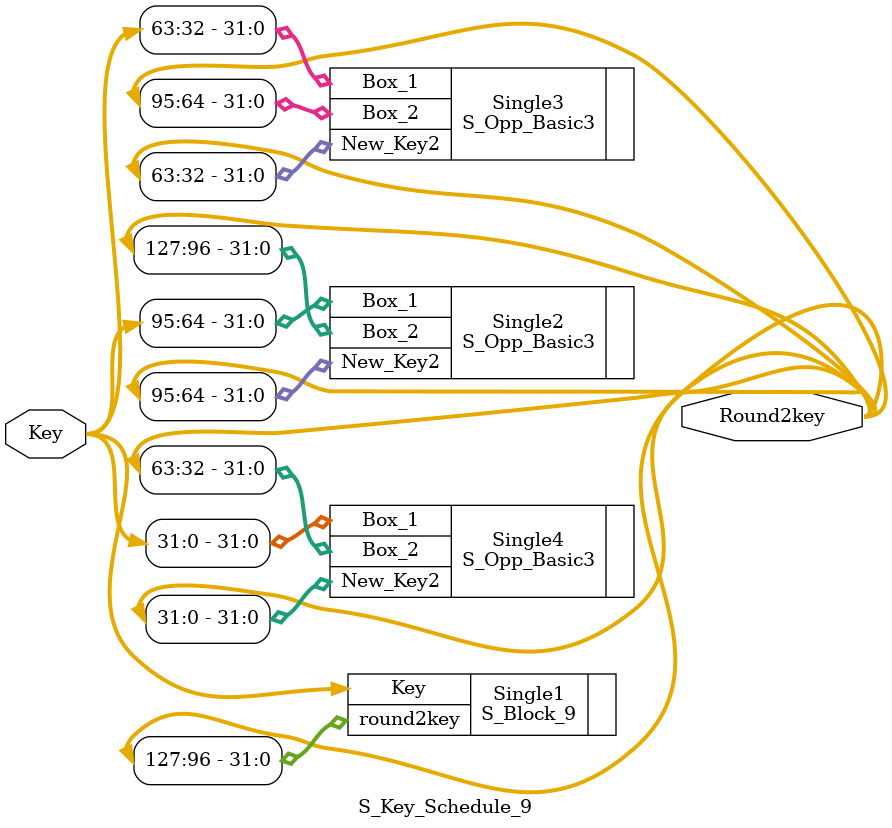
<source format=v>
module S_Key_Schedule_9(Key,Round2key);
  input [127:0]Key;
  output [127:0]Round2key;
  
S_Block_9 Single1 (
                     .Key(Key),                              
                     .round2key(Round2key[127:96])
                    );


S_Opp_Basic3 Single2 (
                        .Box_1(Key[95:64]), 
                        .Box_2(Round2key[127:96]), 
                        .New_Key2(Round2key[95:64])
                       );


S_Opp_Basic3 Single3 (
                       .Box_1(Key[63:32]), 
                       .Box_2(Round2key[95:64]), 
                       .New_Key2(Round2key[63:32])
                      );
 

S_Opp_Basic3 Single4 (
                       .Box_1(Key[31:0]), 
                       .Box_2(Round2key[63:32]), 
                       .New_Key2(Round2key[31:0])
                      );

endmodule


</source>
